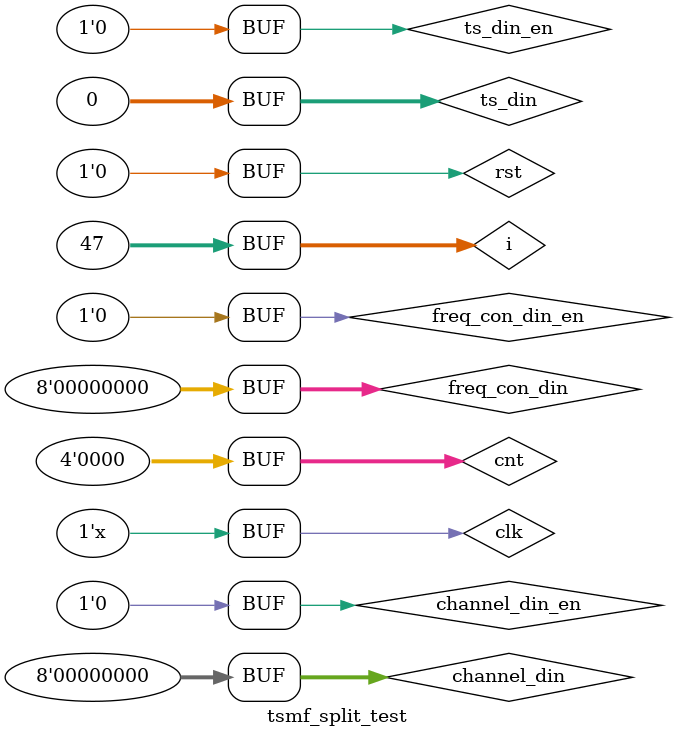
<source format=v>
`timescale 1ns / 1ps


module tsmf_split_test;

	// Inputs
	reg clk;
	reg rst;
	reg [31:0] ts_din;
	reg ts_din_en;
	reg [7:0] freq_con_din;
	reg freq_con_din_en;
	reg [7:0] channel_din;
	reg channel_din_en;
	// Outputs
	wire ts_ram_wr;
	wire [12:0] ts_ram_waddr;
	wire [127:0]ts_ram_wdata;
	reg	ts_ram_valid;

	// Instantiate the Unit Under Test (UUT)
	tsmf_split uut (
		.clk(clk), 
		.rst(rst), 
		.ts_din(ts_din), 
		.ts_din_en(ts_din_en), 
		
		.freq_con_din(freq_con_din), 
		.freq_con_din_en(freq_con_din_en),
		.channel_din(channel_din),
		.channel_din_en(channel_din_en),
		.ts_ram_wr(ts_ram_wr),
		.ts_ram_waddr(ts_ram_waddr),
		.ts_ram_wdata(ts_ram_wdata),
		.ts_ram_valid(ts_ram_valid)
	);
	
	reg[31:0]i;
  always #5 clk=~clk;
  reg[3:0]cnt=0;

	initial begin
		// Initialize Inputs
		clk = 0;
		rst = 0;
		ts_din = 0;
		ts_din_en = 0;
		freq_con_din = 0;
		freq_con_din_en = 0;
		channel_din	=	0;
		channel_din_en	=	0;
		
		#2 rst =1;
		// Wait 100 ns for global reset to finish
		#100;
		
			rst=0;
			
		#100;
		
		#10 freq_con_din_en=1;
		freq_con_din=00;
		#10 freq_con_din=00;
		#10 freq_con_din=1;
		#10 freq_con_din=0;
		#10 freq_con_din=20;
		#10 freq_con_din=0;
		#10 freq_con_din=0;
		#10 freq_con_din=0;
		#10 freq_con_din=1;
		#10 freq_con_din=0;
		#10 freq_con_din=3;
		#10 freq_con_din=1;
		#10 freq_con_din=0;
		#10 freq_con_din=5;
		#10 freq_con_din=0;
		#10 freq_con_din=0;
		#10 freq_con_din=0;
		#10 freq_con_din=1;
		#10 freq_con_din=0;
		#10 freq_con_din=3;
		#10 freq_con_din=0;
		#10 freq_con_din=0;
		#10 freq_con_din=0;
		#10 freq_con_din=0;
		#10 freq_con_din=0;
		#10 freq_con_din=0;
		#10 freq_con_din_en=0;
		
		
		
		#100;
		
		ts_send();
		cnt=cnt+1;
		#100;
		
		ts_send();
		cnt=cnt+1;
		#100;
		
		ts_send();
		cnt=cnt+1;
		#100;
		
		ts_send();
		cnt=cnt+1;
		#100;
		
		ts_send();
		cnt=cnt+1;
		#100;
		
		ts_send();
		cnt=cnt+1;
		#100;
		
		ts_send();
			#100;
		
		ts_send();
		cnt=cnt+1;
		#100;
		
		ts_send();
		cnt=cnt+1;
		#100;
		
		ts_send();
		cnt=cnt+1;
		#100;
		
		ts_send();
		cnt=cnt+1;
		#100;
		
		ts_send();
		cnt=cnt+1;
		#100;
		
		ts_send();
		cnt=cnt+1;
		#100;
		
		ts_send();
			#100;
		
		ts_send();
		cnt=cnt+1;
		#100;
		
		ts_send();
		cnt=cnt+1;
		#100;
		
		ts_send();
		cnt=cnt+1;
		#100;
		
		ts_send();
		cnt=cnt+1;
		#100;
		
		ts_send();
		cnt=cnt+1;
		#100;
		
		ts_send();
		cnt=cnt+1;
		#100;
		
		ts_send();
			#100;
		
		ts_send();
		cnt=cnt+1;
		#100;
		
		ts_send();
		cnt=cnt+1;
		#100;
		
		ts_send();
		cnt=cnt+1;
		#100;
		
		ts_send();
		cnt=cnt+1;
		#100;
		
		ts_send();
		cnt=cnt+1;
		#100;
		
		ts_send();
		cnt=cnt+1;
		#100;
		
		ts_send();
			#100;
		
		ts_send();
		cnt=cnt+1;
		#100;
		
		ts_send();
		cnt=cnt+1;
		#100;
		
		ts_send();
		cnt=cnt+1;
		#100;
		
		ts_send();
		cnt=cnt+1;
		#100;
		
		ts_send();
		cnt=cnt+1;
		#100;
		
		ts_send();
		cnt=cnt+1;
		#100;
		
		ts_send();
			#100;
		
		ts_send();
		cnt=cnt+1;
		#100;
		
		ts_send();
		cnt=cnt+1;
		#100;
		
		ts_send();
		cnt=cnt+1;
		#100;
		
		ts_send();
		cnt=cnt+1;
		#100;
		
		ts_send();
		cnt=cnt+1;
		#100;
		
		ts_send();
		cnt=cnt+1;
		#100;
		
		ts_send();
			#100;
		
		ts_send();
		cnt=cnt+1;
		#100;
		
		ts_send();
		cnt=cnt+1;
		#100;
		
		ts_send();
		cnt=cnt+1;
		#100;
		
		ts_send();
		cnt=cnt+1;
		#100;
		
		ts_send();
		cnt=cnt+1;
		#100;
		
		ts_send();
		cnt=cnt+1;
		#100;
		
		ts_send();
        
		// Add stimulus here

	end
  
  
  task ts_send;
  begin
  
  #10 ts_din_en=1;
  ts_din=2;
  #10 ts_din={28'h4710010,cnt};
  
  for(i=1;i<47;i=i+1)
  #10 ts_din=i;
 	#10 ts_din_en=0;
 	ts_din=0;
 	
 	#100;
 	
 	
  	
  end
	endtask
      
endmodule


</source>
